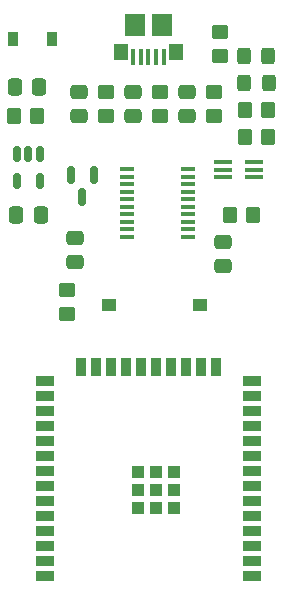
<source format=gtp>
G04 #@! TF.GenerationSoftware,KiCad,Pcbnew,(6.0.10)*
G04 #@! TF.CreationDate,2023-06-12T15:34:31-04:00*
G04 #@! TF.ProjectId,esp32_dev_board,65737033-325f-4646-9576-5f626f617264,rev?*
G04 #@! TF.SameCoordinates,Original*
G04 #@! TF.FileFunction,Paste,Top*
G04 #@! TF.FilePolarity,Positive*
%FSLAX46Y46*%
G04 Gerber Fmt 4.6, Leading zero omitted, Abs format (unit mm)*
G04 Created by KiCad (PCBNEW (6.0.10)) date 2023-06-12 15:34:31*
%MOMM*%
%LPD*%
G01*
G04 APERTURE LIST*
G04 Aperture macros list*
%AMRoundRect*
0 Rectangle with rounded corners*
0 $1 Rounding radius*
0 $2 $3 $4 $5 $6 $7 $8 $9 X,Y pos of 4 corners*
0 Add a 4 corners polygon primitive as box body*
4,1,4,$2,$3,$4,$5,$6,$7,$8,$9,$2,$3,0*
0 Add four circle primitives for the rounded corners*
1,1,$1+$1,$2,$3*
1,1,$1+$1,$4,$5*
1,1,$1+$1,$6,$7*
1,1,$1+$1,$8,$9*
0 Add four rect primitives between the rounded corners*
20,1,$1+$1,$2,$3,$4,$5,0*
20,1,$1+$1,$4,$5,$6,$7,0*
20,1,$1+$1,$6,$7,$8,$9,0*
20,1,$1+$1,$8,$9,$2,$3,0*%
G04 Aperture macros list end*
%ADD10RoundRect,0.250000X-0.475000X0.337500X-0.475000X-0.337500X0.475000X-0.337500X0.475000X0.337500X0*%
%ADD11RoundRect,0.250000X0.325000X0.450000X-0.325000X0.450000X-0.325000X-0.450000X0.325000X-0.450000X0*%
%ADD12RoundRect,0.250000X0.450000X-0.350000X0.450000X0.350000X-0.450000X0.350000X-0.450000X-0.350000X0*%
%ADD13R,1.500000X0.900000*%
%ADD14R,0.900000X1.500000*%
%ADD15R,1.050000X1.050000*%
%ADD16R,1.500000X0.400000*%
%ADD17RoundRect,0.250000X-0.350000X-0.450000X0.350000X-0.450000X0.350000X0.450000X-0.350000X0.450000X0*%
%ADD18RoundRect,0.250000X0.350000X0.450000X-0.350000X0.450000X-0.350000X-0.450000X0.350000X-0.450000X0*%
%ADD19RoundRect,0.150000X-0.150000X0.512500X-0.150000X-0.512500X0.150000X-0.512500X0.150000X0.512500X0*%
%ADD20RoundRect,0.250000X0.337500X0.475000X-0.337500X0.475000X-0.337500X-0.475000X0.337500X-0.475000X0*%
%ADD21R,0.400000X1.400000*%
%ADD22R,1.750000X1.900000*%
%ADD23R,1.150000X1.450000*%
%ADD24RoundRect,0.150000X-0.150000X0.587500X-0.150000X-0.587500X0.150000X-0.587500X0.150000X0.587500X0*%
%ADD25R,0.900000X1.200000*%
%ADD26RoundRect,0.250000X-0.450000X0.350000X-0.450000X-0.350000X0.450000X-0.350000X0.450000X0.350000X0*%
%ADD27R,1.200000X0.400000*%
%ADD28R,1.250000X1.000000*%
G04 APERTURE END LIST*
D10*
X172208000Y-95990500D03*
X172208000Y-98065500D03*
D11*
X179070000Y-92964000D03*
X177020000Y-92964000D03*
D10*
X175260000Y-108690500D03*
X175260000Y-110765500D03*
X163068000Y-95990500D03*
X163068000Y-98065500D03*
X167640000Y-95990500D03*
X167640000Y-98065500D03*
D12*
X169926000Y-98028000D03*
X169926000Y-96028000D03*
X175006000Y-92948000D03*
X175006000Y-90948000D03*
D10*
X162660000Y-108352500D03*
X162660000Y-110427500D03*
D13*
X177660000Y-137013800D03*
X177660000Y-135743800D03*
X177660000Y-134473800D03*
X177660000Y-133203800D03*
X177660000Y-131933800D03*
X177660000Y-130663800D03*
X177660000Y-129393800D03*
X177660000Y-128123800D03*
X177660000Y-126853800D03*
X177660000Y-125583800D03*
X177660000Y-124313800D03*
X177660000Y-123043800D03*
X177660000Y-121773800D03*
X177660000Y-120503800D03*
D14*
X174620000Y-119253800D03*
X173350000Y-119253800D03*
X172080000Y-119253800D03*
X170810000Y-119253800D03*
X169540000Y-119253800D03*
X168270000Y-119253800D03*
X167000000Y-119253800D03*
X165730000Y-119253800D03*
X164460000Y-119253800D03*
X163190000Y-119253800D03*
D13*
X160160000Y-120503800D03*
X160160000Y-121773800D03*
X160160000Y-123043800D03*
X160160000Y-124313800D03*
X160160000Y-125583800D03*
X160160000Y-126853800D03*
X160160000Y-128123800D03*
X160160000Y-129393800D03*
X160160000Y-130663800D03*
X160160000Y-131933800D03*
X160160000Y-133203800D03*
X160160000Y-134473800D03*
X160160000Y-135743800D03*
X160160000Y-137013800D03*
D15*
X169590000Y-128148800D03*
X168065000Y-129673800D03*
X171115000Y-128148800D03*
X171115000Y-131198800D03*
X171115000Y-129673800D03*
X168065000Y-128148800D03*
X168065000Y-131198800D03*
X169590000Y-129673800D03*
X169590000Y-131198800D03*
D16*
X175200000Y-101913413D03*
X175200000Y-102563413D03*
X175200000Y-103213413D03*
X177860000Y-103213413D03*
X177860000Y-102563413D03*
X177860000Y-101913413D03*
D17*
X157512000Y-98044000D03*
X159512000Y-98044000D03*
D12*
X165354000Y-98028000D03*
X165354000Y-96028000D03*
D17*
X177054000Y-97536000D03*
X179054000Y-97536000D03*
D12*
X162052000Y-114792000D03*
X162052000Y-112792000D03*
D18*
X179054000Y-99822000D03*
X177054000Y-99822000D03*
D19*
X159700000Y-101224500D03*
X158750000Y-101224500D03*
X157800000Y-101224500D03*
X157800000Y-103499500D03*
X159700000Y-103499500D03*
D20*
X159660500Y-95580200D03*
X157585500Y-95580200D03*
D21*
X170200000Y-93000000D03*
X169550000Y-93000000D03*
X168900000Y-93000000D03*
X168250000Y-93000000D03*
X167600000Y-93000000D03*
D22*
X170025000Y-90350000D03*
X167775000Y-90350000D03*
D23*
X171220000Y-92580000D03*
X166580000Y-92580000D03*
D24*
X164272000Y-102999300D03*
X162372000Y-102999300D03*
X163322000Y-104874300D03*
D25*
X157430200Y-91490800D03*
X160730200Y-91490800D03*
D20*
X159787500Y-106426000D03*
X157712500Y-106426000D03*
D11*
X179079000Y-95250000D03*
X177029000Y-95250000D03*
D17*
X175784000Y-106373413D03*
X177784000Y-106373413D03*
D26*
X174498000Y-96028000D03*
X174498000Y-98028000D03*
D27*
X167072000Y-102552500D03*
X167072000Y-103187500D03*
X167072000Y-103822500D03*
X167072000Y-104457500D03*
X167072000Y-105092500D03*
X167072000Y-105727500D03*
X167072000Y-106362500D03*
X167072000Y-106997500D03*
X167072000Y-107632500D03*
X167072000Y-108267500D03*
X172272000Y-108267500D03*
X172272000Y-107632500D03*
X172272000Y-106997500D03*
X172272000Y-106362500D03*
X172272000Y-105727500D03*
X172272000Y-105092500D03*
X172272000Y-104457500D03*
X172272000Y-103822500D03*
X172272000Y-103187500D03*
X172272000Y-102552500D03*
D28*
X165543000Y-114046000D03*
X173293000Y-114046000D03*
M02*

</source>
